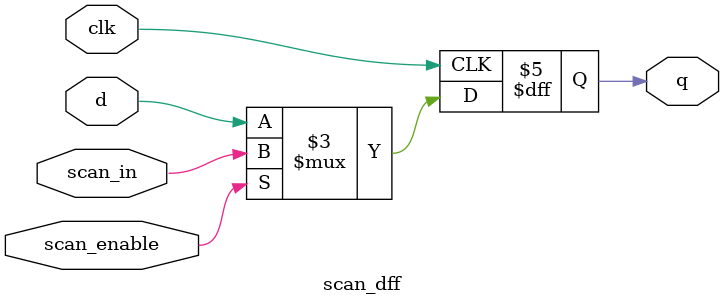
<source format=v>

`timescale 1ns / 1ps

module scan_dff (
    input clk,
    input d,
    input scan_in,
    input scan_enable,
    output reg q
);

    always @(posedge clk) begin
        if (scan_enable)
            q <= scan_in;
        else
            q <= d;
    end

endmodule

</source>
